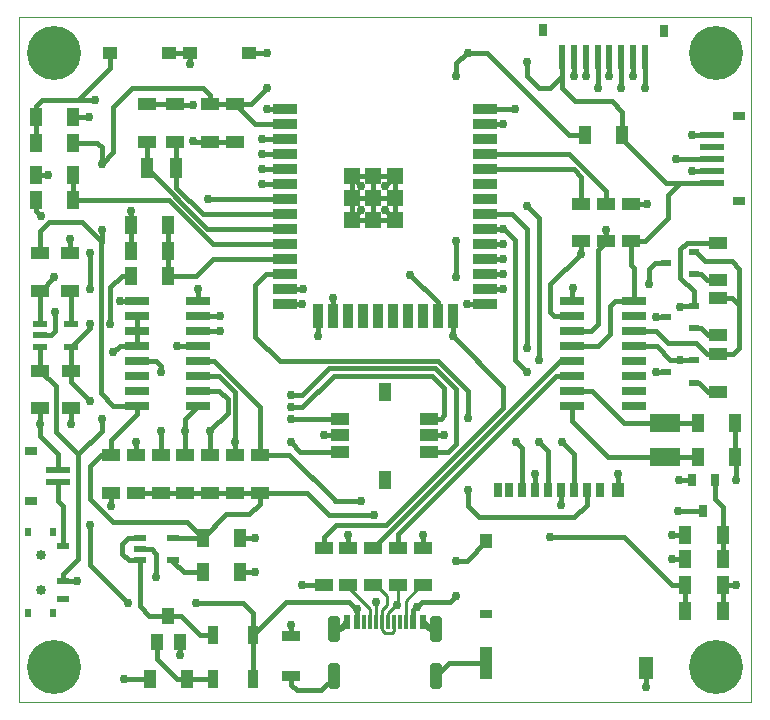
<source format=gbr>
G04 PROTEUS GERBER X2 FILE*
%TF.GenerationSoftware,Labcenter,Proteus,8.17-SP5-Build39395*%
%TF.CreationDate,2024-11-13T15:27:42+00:00*%
%TF.FileFunction,Copper,L1,Top*%
%TF.FilePolarity,Positive*%
%TF.Part,Single*%
%TF.SameCoordinates,{0a1d241a-e0a6-4a76-8978-5e44ef8297c2}*%
%FSLAX45Y45*%
%MOMM*%
G01*
%TA.AperFunction,Conductor*%
%ADD10C,0.508000*%
%ADD11C,0.381000*%
%ADD12C,0.254000*%
%TA.AperFunction,ViaPad*%
%ADD13C,0.762000*%
%TA.AperFunction,SMDPad,CuDef*%
%ADD14R,0.590000X1.150000*%
%ADD15R,0.300000X1.150000*%
%AMPPAD006*
4,1,36,
-0.195200,1.100000,
0.195200,1.100000,
0.256620,1.093810,
0.313830,1.076040,
0.365610,1.047940,
0.410720,1.010720,
0.447940,0.965600,
0.476040,0.913830,
0.493810,0.856620,
0.500000,0.795200,
0.500000,-0.795200,
0.493810,-0.856620,
0.476040,-0.913830,
0.447940,-0.965600,
0.410720,-1.010720,
0.365610,-1.047940,
0.313830,-1.076040,
0.256620,-1.093810,
0.195200,-1.100000,
-0.195200,-1.100000,
-0.256620,-1.093810,
-0.313830,-1.076040,
-0.365610,-1.047940,
-0.410720,-1.010720,
-0.447940,-0.965600,
-0.476040,-0.913830,
-0.493810,-0.856620,
-0.500000,-0.795200,
-0.500000,0.795200,
-0.493810,0.856620,
-0.476040,0.913830,
-0.447940,0.965600,
-0.410720,1.010720,
-0.365610,1.047940,
-0.313830,1.076040,
-0.256620,1.093810,
-0.195200,1.100000,
0*%
%TA.AperFunction,WasherPad*%
%ADD16PPAD006*%
%TA.AperFunction,SMDPad,CuDef*%
%ADD17R,0.889000X1.524000*%
%TA.AperFunction,SMDPad,CuDef*%
%ADD18R,1.092200X0.609600*%
%TA.AperFunction,OtherPad,Unknown*%
%ADD19C,0.762000*%
%TA.AperFunction,SMDPad,CuDef*%
%ADD70R,2.000000X0.900000*%
%ADD71R,0.900000X2.000000*%
%ADD20R,1.330000X1.330000*%
%TA.AperFunction,SMDPad,CuDef*%
%ADD21R,2.032000X0.635000*%
%TA.AperFunction,SMDPad,CuDef*%
%ADD22R,1.524000X1.016000*%
%TA.AperFunction,SMDPad,CuDef*%
%ADD23R,1.016000X1.524000*%
%TA.AperFunction,SMDPad,CuDef*%
%ADD24R,0.700000X1.200000*%
%ADD25R,1.000000X1.200000*%
%ADD26R,1.000000X2.800000*%
%ADD27R,1.300000X1.899920*%
%ADD28R,1.000000X0.800100*%
%TA.AperFunction,SMDPad,CuDef*%
%ADD29R,1.000000X0.500000*%
%TA.AperFunction,ComponentPad*%
%ADD72C,0.850000*%
%TA.AperFunction,SMDPad,CuDef*%
%ADD73R,0.500000X0.800000*%
%TA.AperFunction,SMDPad,CuDef*%
%ADD30R,2.000000X0.600000*%
%ADD31R,1.000000X0.750000*%
%TA.AperFunction,OtherPad,Unknown*%
%ADD32C,4.572000*%
%TA.AperFunction,SMDPad,CuDef*%
%ADD33R,1.000000X1.400000*%
%TA.AperFunction,SMDPad,CuDef*%
%ADD34R,1.270000X0.558800*%
%TA.AperFunction,SMDPad,CuDef*%
%ADD35R,1.250000X1.100000*%
%ADD36R,1.000000X1.800000*%
%TA.AperFunction,SMDPad,CuDef*%
%ADD37R,0.939800X0.609600*%
%ADD38R,0.700000X1.000000*%
%TA.AperFunction,SMDPad,CuDef*%
%ADD39R,2.540000X1.524000*%
%TA.AperFunction,SMDPad,CuDef*%
%ADD40R,0.600000X2.000000*%
%ADD41R,0.750000X1.000000*%
%TA.AperFunction,SMDPad,CuDef*%
%ADD42R,1.524000X0.889000*%
%TA.AperFunction,Profile*%
%ADD43C,0.101600*%
%TD.AperFunction*%
D10*
X-7220000Y+1680000D02*
X-7277010Y+1622990D01*
X-7332000Y+1622990D01*
X-6580000Y+1680000D02*
X-6522988Y+1622988D01*
X-6468000Y+1622988D01*
D11*
X-9629120Y+2325000D02*
X-9629120Y+2325000D01*
X-8152772Y+2391008D02*
X-8130882Y+2391008D01*
X-9561840Y+3807205D02*
X-9561840Y+4010140D01*
X-9560920Y+4011060D01*
X-9820920Y+3807205D02*
X-9820920Y+4010140D01*
X-9820000Y+4011060D01*
X-9000700Y+4272000D02*
X-9000700Y+4145000D01*
X-9000700Y+4018000D01*
X-8480000Y+4018000D02*
X-8658000Y+4018000D01*
X-8660000Y+4020000D01*
X-8445842Y+2101008D02*
X-8606197Y+2101008D01*
X-8695612Y+2190423D01*
X-8695612Y+2201008D01*
X-8445842Y+2391008D02*
X-8695612Y+2391008D01*
X-8975612Y+2296008D02*
X-8873964Y+2296008D01*
X-8836893Y+2258937D01*
X-8835612Y+2257656D01*
X-8835612Y+2061008D01*
X-8975612Y+2391008D02*
X-9072640Y+2391008D01*
X-9123284Y+2340364D01*
X-9123284Y+2254472D01*
X-9069820Y+2201008D01*
X-8975612Y+2201008D01*
X-8891868Y+1200000D02*
X-9110000Y+1200000D01*
X-8000000Y+2100000D02*
X-8129874Y+2100000D01*
X-8130882Y+2101008D01*
X-8000000Y+2390000D02*
X-8129874Y+2390000D01*
X-8130882Y+2391008D01*
X-9570000Y+4800000D02*
X-9570000Y+4921060D01*
X-9562760Y+3353050D02*
X-9562760Y+3492245D01*
X-9561840Y+3492245D01*
X-9821840Y+3353050D02*
X-9821840Y+3492245D01*
X-9820920Y+3492245D01*
X-7960000Y+3090620D02*
X-7960000Y+3502025D01*
X-8348975Y+3891000D01*
X-8480000Y+3891000D01*
X-9010000Y+2775660D02*
X-8800000Y+2775660D01*
X-8590000Y+2775660D01*
X-8380000Y+2775660D01*
X-8170000Y+2775660D01*
X-7960000Y+2775660D01*
X-8445842Y+2391008D02*
X-8246850Y+2590000D01*
X-8050000Y+2590000D01*
X-7960000Y+2680000D01*
X-7960000Y+2775660D01*
X-7900000Y+6020000D02*
X-7750000Y+6020000D01*
X-7750000Y+5385000D02*
X-7939801Y+5385000D01*
X-7939904Y+5385000D01*
X-7939907Y+5384997D01*
X-7750000Y+5512000D02*
X-7940232Y+5512000D01*
X-7940252Y+5511980D01*
X-8480000Y+4272000D02*
X-8300579Y+4272000D01*
X-8300234Y+4272345D01*
X-8480000Y+4145000D02*
X-8300180Y+4145000D01*
X-8300122Y+4144942D01*
X-9220000Y+3090620D02*
X-9220000Y+3222304D01*
X-9000700Y+3441604D01*
X-9000700Y+3510000D01*
X-8800000Y+3090620D02*
X-8800000Y+3300000D01*
X-8800000Y+3800000D02*
X-8800000Y+3849436D01*
X-8842793Y+3892229D01*
X-8944622Y+3892229D01*
X-8945851Y+3891000D01*
X-9000700Y+3891000D01*
X-8445842Y+2391008D02*
X-8578524Y+2523690D01*
X-9203690Y+2523690D01*
X-9400000Y+2720000D01*
X-9400000Y+3000000D01*
X-9309380Y+3090620D01*
X-9220000Y+3090620D01*
X-9220000Y+2660000D02*
X-9220000Y+2775660D01*
X-9690920Y+4301060D02*
X-9690920Y+4146718D01*
X-9691105Y+4146533D01*
X-9732598Y+4105040D01*
X-9820000Y+4105040D01*
X-9560920Y+4199020D02*
X-9560920Y+4475960D01*
X-9570000Y+4485040D01*
X-9820000Y+4199020D02*
X-9820000Y+4485040D01*
X-7750000Y+5258000D02*
X-8398049Y+5258000D01*
X-8398114Y+5257935D01*
X-9700000Y+4600000D02*
X-9814960Y+4485040D01*
X-9820000Y+4485040D01*
X-9300000Y+4900000D02*
X-9463065Y+5063065D01*
X-9748490Y+5063065D01*
X-9820000Y+4991555D01*
X-9820000Y+4800000D01*
X-9629120Y+2025000D02*
X-9629120Y+2085391D01*
X-9500000Y+2214511D01*
X-9500000Y+3100000D01*
X-9690000Y+3290000D01*
X-9690000Y+3676285D01*
X-9820920Y+3807205D01*
X-8480000Y+4399000D02*
X-8480000Y+4500000D01*
X-4077484Y+4575120D02*
X-4172043Y+4575120D01*
X-4172490Y+4575567D01*
X-4221923Y+4625000D01*
X-4287484Y+4625000D01*
X-4077484Y+4105080D02*
X-4168992Y+4105080D01*
X-4169162Y+4105250D01*
X-4228912Y+4165000D01*
X-4287484Y+4165000D01*
X-4077484Y+3630080D02*
X-4164368Y+3630080D01*
X-4164613Y+3630325D01*
X-4239288Y+3705000D01*
X-4287484Y+3705000D01*
X-4077484Y+4420040D02*
X-3960040Y+4420040D01*
X-3900000Y+4360000D01*
X-4077484Y+3945040D02*
X-3954960Y+3945040D01*
X-3900000Y+4000000D01*
X-3900000Y+4360000D01*
X-7939864Y+5765983D02*
X-7750017Y+5765983D01*
X-7750000Y+5766000D01*
X-7000000Y+2306130D02*
X-5418884Y+3887246D01*
X-5418709Y+3887246D01*
X-5315596Y+3887246D01*
X-5315350Y+3887000D01*
X-6050000Y+4623000D02*
X-5900374Y+4623000D01*
X-5899936Y+4623438D01*
X-7470000Y+4100000D02*
X-7470000Y+4267500D01*
X-7471500Y+4269000D01*
X-9300000Y+4900000D02*
X-9300000Y+5000000D01*
X-9300000Y+5560000D02*
X-9300000Y+5700000D01*
X-9338940Y+5738940D01*
X-9542520Y+5738940D01*
X-8730000Y+6500000D02*
X-8550000Y+6500000D01*
X-8550000Y+6400000D01*
X-4800000Y+6464120D02*
X-4800000Y+6300000D01*
X-5900000Y+5004000D02*
X-6050000Y+5004000D01*
X-6050000Y+5893000D02*
X-5900081Y+5893000D01*
X-5900000Y+5893081D01*
X-9500000Y+6100000D02*
X-9230000Y+6370000D01*
X-9230000Y+6500000D01*
X-5300000Y+6300000D02*
X-5300000Y+6464120D01*
X-6050000Y+6020000D02*
X-5800000Y+6020000D01*
X-6206739Y+4370000D02*
X-6049000Y+4370000D01*
X-6050000Y+4369000D01*
X-9671600Y+2863940D02*
X-9671600Y+2703271D01*
X-9630000Y+2661671D01*
X-9630000Y+2500000D01*
X-9630000Y+2325880D01*
X-9629120Y+2325000D01*
X-9671600Y+2963940D02*
X-9671600Y+3100100D01*
X-9821752Y+3250252D01*
X-9821752Y+3250324D01*
X-9821752Y+3352962D01*
X-9821840Y+3353050D01*
X-8358875Y+1200000D02*
X-8576908Y+1200000D01*
X-7700000Y+1220000D02*
X-7700000Y+1150000D01*
X-7650000Y+1100000D01*
X-7440000Y+1100000D01*
X-7332000Y+1208000D01*
X-7332000Y+1223000D01*
X-8018875Y+1570000D02*
X-8018875Y+1200000D01*
X-6327783Y+4099684D02*
X-6328729Y+4100630D01*
X-6328729Y+4268771D01*
X-6328500Y+4269000D01*
X-4130000Y+5800000D02*
X-4300000Y+5800000D01*
X-7000000Y+5454000D02*
X-7183000Y+5454000D01*
X-6817000Y+5454000D02*
X-7000000Y+5454000D01*
X-7183000Y+5270000D02*
X-7183000Y+5454000D01*
X-7000000Y+5270000D02*
X-7000000Y+5454000D01*
X-7000000Y+5270000D02*
X-7183000Y+5270000D01*
X-6817000Y+5087000D02*
X-6817000Y+5270000D01*
X-6817000Y+5454000D01*
X-7183000Y+5270000D02*
X-7183000Y+5087000D01*
X-7000000Y+5087000D02*
X-7183000Y+5087000D01*
X-6817000Y+5087000D02*
X-7000000Y+5087000D01*
X-6817000Y+5087000D02*
X-6900000Y+5170000D01*
X-6817000Y+5454000D02*
X-6900000Y+5371000D01*
X-6900000Y+5370000D01*
X-8734388Y+1733834D02*
X-8898240Y+1733834D01*
X-8975612Y+1811206D01*
X-8975612Y+2201008D01*
X-7280000Y+3260000D02*
X-7420000Y+3260000D01*
X-7000000Y+5270000D02*
X-6817000Y+5270000D01*
X-7000000Y+5087000D02*
X-7000000Y+5270000D01*
X-7750000Y+4369000D02*
X-7600639Y+4369000D01*
X-7600273Y+4368634D01*
X-7183000Y+5087000D02*
X-7100000Y+5170000D01*
X-7183000Y+5454000D02*
X-7100000Y+5371000D01*
X-7100000Y+5370000D01*
X-8358875Y+1570000D02*
X-8465468Y+1570000D01*
X-8629302Y+1733834D01*
X-8734388Y+1733834D01*
X-8576908Y+1200000D02*
X-8660000Y+1200000D01*
X-8829384Y+1369384D01*
X-8829384Y+1513834D01*
X-5000000Y+6464120D02*
X-5000000Y+6300000D01*
X-5900268Y+4876823D02*
X-5900445Y+4877000D01*
X-6050000Y+4877000D01*
X-7420000Y+2304960D02*
X-7420000Y+2400000D01*
X-7319419Y+2500581D01*
X-6889419Y+2500581D01*
X-5900000Y+3490000D01*
X-5900000Y+3671901D01*
X-6327783Y+4099684D01*
X-6790000Y+2306130D02*
X-6790000Y+2422538D01*
X-5452538Y+3760000D01*
X-5315350Y+3760000D01*
X-7210000Y+2306130D02*
X-7210000Y+2420000D01*
X-6580000Y+2420000D02*
X-6580000Y+2306130D01*
X-9857480Y+5738940D02*
X-9857480Y+5953940D01*
X-9857480Y+6050636D01*
X-9808116Y+6100000D01*
X-9500000Y+6100000D01*
X-9542520Y+5250000D02*
X-9542520Y+5460000D01*
X-9750000Y+5460000D02*
X-9857480Y+5460000D01*
X-9410000Y+5953940D02*
X-9542520Y+5953940D01*
X-8915000Y+5747520D02*
X-8915000Y+5525000D01*
X-8920000Y+5520000D01*
X-8915000Y+6062480D02*
X-8675000Y+6062480D01*
X-8675000Y+5747520D02*
X-8670000Y+5742520D01*
X-8670000Y+5520000D01*
X-9542520Y+5250000D02*
X-8732025Y+5250000D01*
X-8359025Y+4877000D01*
X-7750000Y+4877000D01*
X-8920000Y+5520000D02*
X-8404000Y+5004000D01*
X-7750000Y+5004000D01*
X-8670000Y+5520000D02*
X-8670000Y+5354849D01*
X-8445151Y+5130000D01*
X-7751000Y+5130000D01*
X-7750000Y+5131000D01*
X-8385000Y+5747520D02*
X-8170000Y+5747520D01*
X-9300000Y+5560000D02*
X-9199621Y+5660379D01*
X-9199621Y+6043137D01*
X-9042758Y+6200000D01*
X-8440000Y+6200000D01*
X-8385000Y+6145000D01*
X-8385000Y+6062480D01*
X-8170000Y+6062480D01*
X-8530000Y+6060000D02*
X-8672520Y+6060000D01*
X-8675000Y+6062480D01*
X-8385000Y+5747520D02*
X-8527520Y+5747520D01*
X-8530000Y+5750000D01*
X-4299992Y+2880000D02*
X-4410000Y+2880000D01*
X-4690000Y+1130000D02*
X-4690000Y+1285512D01*
X-4692488Y+1288000D01*
X-5632000Y+2798000D02*
X-5632000Y+2928000D01*
X-5630000Y+2930000D01*
X-6042498Y+1332488D02*
X-6358512Y+1332488D01*
X-6468000Y+1223000D01*
X-4042520Y+2210000D02*
X-4042520Y+2420000D01*
X-4357480Y+2420000D02*
X-4470000Y+2420000D01*
X-3935040Y+3360000D02*
X-3935040Y+3080000D01*
X-4530000Y+3360000D02*
X-4250000Y+3360000D01*
X-4530000Y+3080000D02*
X-4250000Y+3080000D01*
X-4530000Y+3080000D02*
X-5011272Y+3080000D01*
X-5315802Y+3384530D01*
X-5315802Y+3505548D01*
X-5315350Y+3506000D01*
X-4530000Y+3360000D02*
X-4875893Y+3360000D01*
X-5148964Y+3633071D01*
X-5315279Y+3633071D01*
X-5315350Y+3633000D01*
X-4357480Y+1990000D02*
X-4357480Y+1770000D01*
X-4042520Y+1990000D02*
X-4042520Y+1770000D01*
X-3930000Y+1990000D02*
X-4042520Y+1990000D01*
X-4930000Y+2930000D02*
X-4930000Y+2801000D01*
X-4927000Y+2798000D01*
X-9050000Y+5040000D02*
X-9050000Y+5160000D01*
X-9050000Y+4820000D02*
X-9050000Y+5040000D01*
X-8735040Y+4610000D02*
X-8735040Y+4820000D01*
X-8735040Y+5040000D02*
X-8735040Y+4820000D01*
X-8735040Y+4610000D02*
X-8500000Y+4610000D01*
X-8360000Y+4750000D01*
X-7750000Y+4750000D01*
X-4042520Y+2420000D02*
X-4042520Y+2652520D01*
X-4110000Y+2720000D01*
X-4110000Y+2880000D01*
X-3930000Y+2880000D02*
X-3930000Y+3074960D01*
X-3935040Y+3080000D01*
X-5200000Y+6464120D02*
X-5200000Y+6300000D01*
X-9000700Y+3510000D02*
X-9200000Y+3510000D01*
X-9305497Y+3615497D01*
X-9305497Y+4894503D01*
X-9300000Y+4900000D01*
X-8639392Y+1513834D02*
X-8639392Y+1400608D01*
X-8640000Y+1400000D01*
X-9509072Y+2024082D02*
X-9509990Y+2025000D01*
X-9629120Y+2025000D01*
X-5400000Y+6200000D02*
X-5290000Y+6090000D01*
X-4979999Y+6090000D01*
X-4890000Y+6000001D01*
X-4890000Y+5800000D01*
D12*
X-6824879Y+1680121D02*
X-6825000Y+1680000D01*
X-6925000Y+1680000D02*
X-6925000Y+1611306D01*
X-6900327Y+1586633D01*
X-6842170Y+1586633D01*
X-6825000Y+1603803D01*
X-6825000Y+1680000D01*
D11*
X-7750000Y+4496000D02*
X-7599235Y+4496000D01*
X-7599158Y+4496077D01*
X-5413000Y+2798000D02*
X-5412946Y+2797946D01*
X-5412946Y+2669540D01*
X-5500000Y+2400000D02*
X-4880000Y+2400000D01*
X-4470000Y+1990000D01*
X-4357480Y+1990000D01*
X-7960000Y+3090620D02*
X-7709834Y+3090620D01*
X-7319607Y+2700393D01*
X-7320000Y+2700000D01*
X-7100000Y+2700000D01*
X-6400000Y+3260000D02*
X-6530000Y+3260000D01*
X-7960000Y+2775660D02*
X-7561532Y+2775660D01*
X-7375071Y+2589199D01*
X-6990286Y+2589199D01*
X-9500000Y+3100000D02*
X-9300000Y+3300000D01*
X-9300000Y+3400000D01*
X-9225712Y+4200452D02*
X-9225712Y+4514288D01*
X-9130000Y+4610000D01*
X-9050000Y+4610000D01*
X-9000700Y+4399000D02*
X-9000700Y+4398787D01*
X-9146008Y+4398787D01*
X-9147318Y+4400097D01*
X-7940155Y+5639069D02*
X-7940086Y+5639000D01*
X-7750000Y+5639000D01*
X-9560920Y+4011060D02*
X-9400000Y+4171980D01*
X-9400000Y+4200000D01*
X-9400000Y+4500000D02*
X-9400000Y+4800000D01*
X-9812491Y+5113161D02*
X-9857480Y+5158150D01*
X-9857480Y+5250000D01*
X-9500000Y+6100000D02*
X-9360000Y+6100000D01*
X-5100000Y+6464120D02*
X-5100000Y+6200000D01*
X-4900000Y+6464120D02*
X-4900000Y+6200000D01*
X-5900000Y+4750000D02*
X-6050000Y+4750000D01*
X-6050000Y+4496000D02*
X-5900515Y+4496000D01*
X-5900489Y+4495974D01*
X-4700000Y+6200000D02*
X-4700000Y+6464120D01*
X-4517484Y+3800000D02*
X-4610000Y+3800000D01*
X-4287484Y+4355000D02*
X-4287484Y+4479739D01*
X-4402167Y+4594422D01*
X-4402167Y+4835806D01*
X-4347893Y+4890080D01*
X-4077484Y+4890080D01*
X-4287484Y+3895000D02*
X-4398372Y+3895000D01*
X-4402318Y+3898946D01*
X-5302000Y+2798000D02*
X-5302000Y+3102000D01*
X-5400000Y+3200000D01*
X-5600000Y+3900000D02*
X-5600000Y+5100000D01*
X-5700000Y+5200000D01*
X-5742000Y+2798000D02*
X-5742000Y+3152000D01*
X-5790000Y+3200000D01*
X-5700000Y+4000000D02*
X-5700000Y+5002991D01*
X-5828009Y+5131000D01*
X-6050000Y+5131000D01*
X-5523000Y+2798000D02*
X-5523000Y+3123000D01*
X-5600000Y+3200000D01*
X-5700000Y+3800000D02*
X-5800000Y+3900000D01*
X-5800000Y+4910000D01*
X-5894000Y+5004000D01*
X-5900000Y+5004000D01*
X-6300000Y+2200000D02*
X-6210498Y+2200000D01*
X-6042498Y+2368000D01*
X-4402318Y+3898946D02*
X-4484513Y+3898946D01*
X-4599734Y+4014167D01*
X-4794483Y+4014167D01*
X-4794650Y+4014000D01*
X-3900000Y+4360000D02*
X-3900000Y+4670612D01*
X-3965351Y+4735963D01*
X-4187503Y+4735963D01*
X-4266540Y+4815000D01*
X-4287484Y+4815000D01*
X-7700000Y+3600000D02*
X-7600000Y+3600000D01*
X-7373998Y+3826002D01*
X-6476001Y+3826002D01*
X-6302004Y+3652005D01*
X-6302004Y+3187995D01*
X-6369999Y+3120000D01*
X-6530000Y+3120000D01*
X-4402447Y+4349596D02*
X-4397043Y+4355000D01*
X-4287484Y+4355000D01*
X-4077484Y+3945040D02*
X-4173237Y+3945040D01*
X-4268479Y+4040282D01*
X-4503842Y+4040282D01*
X-4604560Y+4141000D01*
X-4794650Y+4141000D01*
X-4794650Y+4395000D02*
X-4955000Y+4395000D01*
X-4998099Y+4351901D01*
X-4998099Y+4116301D01*
X-5100400Y+4014000D01*
X-5315350Y+4014000D01*
X-5030000Y+5222480D02*
X-5030000Y+5324423D01*
X-5344577Y+5639000D01*
X-6050000Y+5639000D01*
X-5240000Y+5222480D02*
X-5240000Y+5450001D01*
X-5301999Y+5512000D01*
X-6050000Y+5512000D01*
X-4794650Y+4395000D02*
X-4794650Y+4674650D01*
X-4820000Y+4700000D01*
X-4820000Y+4907520D01*
X-4517484Y+4720000D02*
X-4612309Y+4720000D01*
X-4664053Y+4668256D01*
X-4664053Y+4543324D01*
X-4517484Y+4260000D02*
X-4599558Y+4260000D01*
X-4600920Y+4261362D01*
X-4610000Y+4261362D01*
X-5315350Y+4268000D02*
X-5468000Y+4268000D01*
X-5500000Y+4300000D01*
X-5500000Y+4540000D01*
X-5241263Y+4798737D01*
X-5241263Y+4906257D01*
X-5240000Y+4907520D01*
X-5315350Y+4141000D02*
X-5159000Y+4141000D01*
X-5100000Y+4200000D01*
X-5100000Y+4830000D01*
X-5030000Y+4900000D01*
X-5030000Y+4907520D01*
X-4440000Y+5600000D02*
X-4130000Y+5600000D01*
X-4400000Y+5400000D02*
X-4130000Y+5400000D01*
X-4204996Y+2620000D02*
X-4420000Y+2620000D01*
X-5313169Y+4509120D02*
X-5315350Y+4506939D01*
X-5315350Y+4395000D01*
X-4820000Y+5222480D02*
X-4682480Y+5222480D01*
X-4680000Y+5220000D01*
X-4820000Y+4907520D02*
X-4699845Y+4907520D01*
X-4507793Y+5099572D01*
X-4507793Y+5292207D01*
X-4400000Y+5400000D01*
X-4520001Y+5400000D01*
X-4889982Y+5769981D01*
X-4890000Y+5800000D01*
X-5193000Y+2798000D02*
X-5193000Y+2673335D01*
X-5296335Y+2570000D01*
X-6105502Y+2570000D01*
X-6200000Y+2664498D01*
X-6200000Y+2800000D01*
X-6200000Y+3402711D02*
X-6200000Y+3632488D01*
X-6454414Y+3886902D01*
X-7791495Y+3886902D01*
X-8000000Y+4095407D01*
X-8000000Y+4530000D01*
X-7907000Y+4623000D01*
X-7750000Y+4623000D01*
X-8018875Y+1570000D02*
X-8018875Y+1756689D01*
X-8102186Y+1840000D01*
X-8500000Y+1840000D01*
X-9080002Y+1840000D02*
X-9400000Y+2159998D01*
X-9400000Y+2500000D01*
X-9400000Y+3552861D02*
X-9561425Y+3714286D01*
X-9561425Y+3806790D01*
X-9561840Y+3807205D01*
X-7700000Y+3500000D02*
X-7600000Y+3500000D01*
X-7334916Y+3765084D01*
X-6502337Y+3765084D01*
X-6401315Y+3664062D01*
X-6401315Y+3428349D01*
X-6429664Y+3400000D01*
X-6530000Y+3400000D01*
X-8590000Y+3090620D02*
X-8590000Y+3300000D01*
X-8590000Y+3400000D01*
X-8480000Y+3510000D01*
X-7700000Y+3400000D02*
X-7280000Y+3400000D01*
X-8380000Y+3090620D02*
X-8380000Y+3300000D01*
X-8380000Y+3301890D01*
X-8233265Y+3448625D01*
X-8233265Y+3566883D01*
X-8303382Y+3637000D01*
X-8480000Y+3637000D01*
X-7700000Y+3200000D02*
X-7620000Y+3120000D01*
X-7280000Y+3120000D01*
X-9200000Y+3963845D02*
X-9145845Y+4018000D01*
X-9000700Y+4018000D01*
X-9010000Y+3090620D02*
X-9010000Y+3200000D01*
X-8170000Y+3090620D02*
X-8170000Y+3200000D01*
X-8170000Y+3630000D01*
X-8304000Y+3764000D01*
X-8480000Y+3764000D01*
X-7420000Y+1990000D02*
X-7600000Y+1990000D01*
X-7700000Y+1650000D02*
X-7700000Y+1560000D01*
X-4130000Y+5500000D02*
X-4300000Y+5500000D01*
X-5030000Y+5000000D02*
X-5029134Y+5000866D01*
X-5029134Y+5005438D01*
X-5030000Y+5006304D01*
X-5030000Y+4907520D01*
X-7344500Y+4269000D02*
X-7344500Y+4419964D01*
X-7344572Y+4420036D01*
X-6455500Y+4269000D02*
X-6455500Y+4385500D01*
X-6690000Y+4620000D01*
D12*
X-6973453Y+1851247D02*
X-6975000Y+1849700D01*
X-6975000Y+1680000D01*
X-6875000Y+1680000D02*
X-6875000Y+1757281D01*
X-6805401Y+1826880D01*
X-6803120Y+1826880D01*
X-6790000Y+1840000D01*
X-6790000Y+1991170D01*
X-6925000Y+1680000D02*
X-6925000Y+1784999D01*
X-6887042Y+1822957D01*
X-6887042Y+1898138D01*
X-6980074Y+1991170D01*
X-7000000Y+1991170D01*
X-6724994Y+1680000D02*
X-6724994Y+1857995D01*
X-6591819Y+1991170D01*
X-6580000Y+1991170D01*
D11*
X-6660000Y+1680000D02*
X-6660000Y+1780000D01*
X-6630000Y+1810000D01*
X-6590000Y+1850000D01*
X-6350000Y+1850000D01*
X-6300000Y+1900000D01*
X-4470000Y+2210000D02*
X-4357480Y+2210000D01*
D12*
X-7025000Y+1680000D02*
X-7025000Y+1787270D01*
X-7210000Y+1972270D01*
X-7210000Y+1991170D01*
D11*
X-7140000Y+1790000D02*
X-7150000Y+1790000D01*
X-7205400Y+1845400D01*
X-7742343Y+1845400D01*
X-8017743Y+1570000D01*
X-8018875Y+1570000D01*
X-7140000Y+1680000D02*
X-7140000Y+1790000D01*
X-8170000Y+6062480D02*
X-8000520Y+5893000D01*
X-7750000Y+5893000D01*
X-8050000Y+6500000D02*
X-7900000Y+6500000D01*
X-6300000Y+4600000D02*
X-6300000Y+4902540D01*
X-6300000Y+6300000D02*
X-6300000Y+6408538D01*
X-6208538Y+6500000D01*
X-6200000Y+6500000D01*
X-6040000Y+6500000D02*
X-5340000Y+5800000D01*
X-5204960Y+5800000D01*
X-6040000Y+6500000D02*
X-6198538Y+6500000D01*
X-6200000Y+6500000D01*
X-8170000Y+6062480D02*
X-8037520Y+6062480D01*
X-7900000Y+6200000D01*
X-5700000Y+6420000D02*
X-5700000Y+6300000D01*
X-5600000Y+6200000D01*
X-5500000Y+6200000D01*
X-5400000Y+6300000D01*
X-5400000Y+6200000D01*
X-5400000Y+6300000D02*
X-5400000Y+6464120D01*
D13*
X-7939907Y+5384997D03*
X-7940252Y+5511980D03*
X-8300234Y+4272345D03*
X-8300122Y+4144942D03*
X-8800000Y+3300000D03*
X-8800000Y+3800000D03*
X-8398114Y+5257935D03*
X-9700000Y+4600000D03*
X-5899936Y+4623438D03*
X-9300000Y+5000000D03*
X-4800000Y+6300000D03*
X-5900000Y+5893081D03*
X-6900000Y+5170000D03*
X-6900000Y+5370000D03*
X-7600273Y+4368634D03*
X-7100000Y+5170000D03*
X-7100000Y+5370000D03*
X-5000000Y+6300000D03*
X-5900268Y+4876823D03*
X-9300000Y+5560000D03*
X-5200000Y+6300000D03*
X-8640000Y+1400000D03*
X-9509072Y+2024082D03*
X-7599158Y+4496077D03*
X-5412946Y+2669540D03*
X-7100000Y+2700000D03*
X-6400000Y+3260000D03*
X-6990286Y+2589199D03*
X-5500000Y+2400000D03*
X-9300000Y+3400000D03*
X-9225712Y+4200452D03*
X-9147318Y+4400097D03*
X-7940155Y+5639069D03*
X-9400000Y+4200000D03*
X-9400000Y+4500000D03*
X-9400000Y+4800000D03*
X-9812491Y+5113161D03*
X-9360000Y+6100000D03*
X-5100000Y+6200000D03*
X-4900000Y+6200000D03*
X-5900000Y+4750000D03*
X-5900489Y+4495974D03*
X-4700000Y+6200000D03*
X-4610000Y+3800000D03*
X-6327783Y+4099684D03*
X-5400000Y+3200000D03*
X-5600000Y+3900000D03*
X-5700000Y+5200000D03*
X-5790000Y+3200000D03*
X-5700000Y+4000000D03*
X-5600000Y+3200000D03*
X-5700000Y+3800000D03*
X-5900000Y+5004000D03*
X-7700000Y+3600000D03*
X-4402318Y+3898946D03*
X-4402447Y+4349596D03*
X-4664053Y+4543324D03*
X-7939864Y+5765983D03*
X-4610000Y+4261362D03*
X-5241263Y+4798737D03*
X-4440000Y+5600000D03*
X-4420000Y+2620000D03*
X-5313169Y+4509120D03*
X-6200000Y+2800000D03*
X-6200000Y+3402711D03*
X-8500000Y+1840000D03*
X-9080002Y+1840000D03*
X-9400000Y+2500000D03*
X-9400000Y+3552861D03*
X-7700000Y+3500000D03*
X-8590000Y+3300000D03*
X-7700000Y+3400000D03*
X-8380000Y+3300000D03*
X-7700000Y+3200000D03*
X-9010000Y+3200000D03*
X-9200000Y+3963845D03*
X-8170000Y+3200000D03*
X-7600000Y+1990000D03*
X-7700000Y+1650000D03*
X-4300000Y+5500000D03*
X-5030000Y+5000000D03*
X-7344572Y+4420036D03*
X-6690000Y+4620000D03*
X-6973453Y+1851247D03*
X-6803120Y+1826880D03*
X-6300000Y+1900000D03*
X-4470000Y+2210000D03*
X-6630000Y+1810000D03*
X-7140000Y+1790000D03*
X-7900000Y+6500000D03*
X-6206739Y+4370000D03*
X-6300000Y+4600000D03*
X-6300000Y+4902540D03*
X-6300000Y+6300000D03*
X-6200000Y+6500000D03*
X-7900000Y+6200000D03*
X-5700000Y+6420000D03*
D14*
X-7220000Y+1680000D03*
X-7140000Y+1680000D03*
D15*
X-7025000Y+1680000D03*
X-6925000Y+1680000D03*
X-6875000Y+1680000D03*
X-6775000Y+1680000D03*
D14*
X-6580000Y+1680000D03*
X-6660000Y+1680000D03*
D15*
X-6724994Y+1680000D03*
X-6825000Y+1680000D03*
X-6975000Y+1680000D03*
X-7075006Y+1680000D03*
D16*
X-7332000Y+1223000D03*
X-7332000Y+1622990D03*
X-6468000Y+1622988D03*
X-6468000Y+1223000D03*
D17*
X-8018875Y+1570000D03*
X-8358875Y+1570000D03*
D18*
X-8975612Y+2391008D03*
X-8975612Y+2296008D03*
X-8975612Y+2201008D03*
X-8695612Y+2201008D03*
X-8695612Y+2391008D03*
D19*
X-8000000Y+2100000D03*
X-8835612Y+2061008D03*
D70*
X-7750000Y+6020000D03*
X-7750000Y+5893000D03*
X-7750000Y+5766000D03*
X-7750000Y+5639000D03*
X-7750000Y+5512000D03*
X-7750000Y+5385000D03*
X-7750000Y+5258000D03*
X-7750000Y+5131000D03*
X-7750000Y+5004000D03*
X-7750000Y+4877000D03*
X-7750000Y+4750000D03*
X-7750000Y+4623000D03*
X-7750000Y+4496000D03*
X-7750000Y+4369000D03*
D71*
X-7471500Y+4269000D03*
X-7344500Y+4269000D03*
X-7217500Y+4269000D03*
X-7090500Y+4269000D03*
X-6963500Y+4269000D03*
X-6836500Y+4269000D03*
X-6709500Y+4269000D03*
X-6582500Y+4269000D03*
X-6455500Y+4269000D03*
X-6328500Y+4269000D03*
D70*
X-6050000Y+4369000D03*
X-6050000Y+4496000D03*
X-6050000Y+4623000D03*
X-6050000Y+4750000D03*
X-6050000Y+4877000D03*
X-6050000Y+5004000D03*
X-6050000Y+5131000D03*
X-6050000Y+5258000D03*
X-6050000Y+5385000D03*
X-6050000Y+5512000D03*
X-6050000Y+5639000D03*
X-6050000Y+5766000D03*
X-6050000Y+5893000D03*
X-6050000Y+6020000D03*
D20*
X-7183000Y+5454000D03*
X-7000000Y+5454000D03*
X-6817000Y+5454000D03*
X-7183000Y+5270000D03*
X-7000000Y+5270000D03*
X-6817000Y+5270000D03*
X-7183000Y+5087000D03*
X-7000000Y+5087000D03*
X-6817000Y+5087000D03*
D19*
X-7900000Y+6020000D03*
D21*
X-5315350Y+4395000D03*
X-5315350Y+4268000D03*
X-5315350Y+4141000D03*
X-5315350Y+4014000D03*
X-5315350Y+3887000D03*
X-5315350Y+3760000D03*
X-5315350Y+3633000D03*
X-5315350Y+3506000D03*
X-4794650Y+3506000D03*
X-4794650Y+3633000D03*
X-4794650Y+3760000D03*
X-4794650Y+3887000D03*
X-4794650Y+4014000D03*
X-4794650Y+4141000D03*
X-4794650Y+4268000D03*
X-4794650Y+4395000D03*
D22*
X-6790000Y+1991170D03*
X-6790000Y+2306130D03*
X-7000000Y+1991170D03*
X-7000000Y+2306130D03*
X-5030000Y+4907520D03*
X-5030000Y+5222480D03*
X-5240000Y+4907520D03*
X-5240000Y+5222480D03*
X-7280000Y+3400000D03*
X-7280000Y+3260000D03*
X-7280000Y+3120000D03*
X-6530000Y+3400000D03*
X-6530000Y+3260000D03*
X-6530000Y+3120000D03*
D23*
X-6900000Y+3630000D03*
X-6900000Y+2880000D03*
D24*
X-5083000Y+2798000D03*
X-5193000Y+2798000D03*
X-5302000Y+2798000D03*
X-5413000Y+2798000D03*
X-5523000Y+2798000D03*
X-5632000Y+2798000D03*
X-5742000Y+2798000D03*
X-5852506Y+2798000D03*
D25*
X-6042498Y+2368000D03*
D26*
X-6042498Y+1332488D03*
D27*
X-4692488Y+1288000D03*
D25*
X-4927000Y+2798000D03*
D28*
X-6042498Y+1747000D03*
D24*
X-5947502Y+2798000D03*
D22*
X-6580000Y+1991170D03*
X-6580000Y+2306130D03*
X-7210000Y+1991170D03*
X-7210000Y+2306130D03*
D19*
X-6580000Y+2420000D03*
X-7210000Y+2420000D03*
D29*
X-9629120Y+2325000D03*
X-9629120Y+2025000D03*
X-9629120Y+1875000D03*
D72*
X-9814120Y+2250000D03*
X-9814120Y+1950000D03*
D73*
X-9709120Y+1755000D03*
X-9919120Y+1755000D03*
X-9919120Y+2445000D03*
X-9709120Y+2445000D03*
D30*
X-9671600Y+2863940D03*
D31*
X-9901600Y+2703940D03*
X-9901600Y+3123940D03*
D30*
X-9671600Y+2963940D03*
D32*
X-9700000Y+1300000D03*
X-9700000Y+6500000D03*
X-4100000Y+6500000D03*
X-4100000Y+1300000D03*
D33*
X-8829384Y+1513834D03*
X-8639392Y+1513834D03*
X-8734388Y+1733834D03*
D17*
X-8018875Y+1200000D03*
X-8358875Y+1200000D03*
D23*
X-8576908Y+1200000D03*
X-8891868Y+1200000D03*
D19*
X-9110000Y+1200000D03*
D23*
X-8445842Y+2101008D03*
X-8130882Y+2101008D03*
X-8445842Y+2391008D03*
X-8130882Y+2391008D03*
D19*
X-8000000Y+2390000D03*
D34*
X-9820000Y+4199020D03*
X-9820000Y+4105040D03*
X-9820000Y+4011060D03*
X-9560920Y+4011060D03*
X-9560920Y+4199020D03*
D19*
X-9690920Y+4301060D03*
D22*
X-9561840Y+3807205D03*
X-9561840Y+3492245D03*
D19*
X-9562760Y+3353050D03*
D22*
X-9570000Y+4485040D03*
X-9570000Y+4800000D03*
D19*
X-9570000Y+4921060D03*
D22*
X-9820000Y+4485040D03*
X-9820000Y+4800000D03*
X-9820920Y+3807205D03*
X-9820920Y+3492245D03*
D19*
X-9821840Y+3353050D03*
X-7470000Y+4100000D03*
D21*
X-8480000Y+3510000D03*
X-8480000Y+3637000D03*
X-8480000Y+3764000D03*
X-8480000Y+3891000D03*
X-8480000Y+4018000D03*
X-8480000Y+4145000D03*
X-8480000Y+4272000D03*
X-8480000Y+4399000D03*
X-9000700Y+4399000D03*
X-9000700Y+4272000D03*
X-9000700Y+4145000D03*
X-9000700Y+4018000D03*
X-9000700Y+3891000D03*
X-9000700Y+3764000D03*
X-9000700Y+3637000D03*
X-9000700Y+3510000D03*
D22*
X-8590000Y+2775660D03*
X-8590000Y+3090620D03*
X-8380000Y+2775660D03*
X-8380000Y+3090620D03*
X-8170000Y+2775660D03*
X-8170000Y+3090620D03*
X-7960000Y+2775660D03*
X-7960000Y+3090620D03*
X-9010000Y+2775660D03*
X-9010000Y+3090620D03*
X-8800000Y+2775660D03*
X-8800000Y+3090620D03*
D19*
X-8480000Y+4500000D03*
X-8660000Y+4020000D03*
D22*
X-9220000Y+3090620D03*
X-9220000Y+2775660D03*
D19*
X-9220000Y+2660000D03*
D23*
X-8735040Y+4820000D03*
X-9050000Y+4820000D03*
X-8735040Y+4610000D03*
X-9050000Y+4610000D03*
X-8735040Y+5040000D03*
X-9050000Y+5040000D03*
D22*
X-8170000Y+6062480D03*
X-8170000Y+5747520D03*
X-8385000Y+6062480D03*
X-8385000Y+5747520D03*
D23*
X-9857480Y+5250000D03*
X-9542520Y+5250000D03*
X-9542520Y+5460000D03*
X-9857480Y+5460000D03*
D35*
X-8730000Y+6500000D03*
X-9230000Y+6500000D03*
D23*
X-9857480Y+5953940D03*
X-9542520Y+5953940D03*
X-9542520Y+5738940D03*
X-9857480Y+5738940D03*
D35*
X-8550000Y+6500000D03*
X-8050000Y+6500000D03*
D23*
X-4357480Y+1770000D03*
X-4042520Y+1770000D03*
X-4357480Y+1990000D03*
X-4042520Y+1990000D03*
D19*
X-8530000Y+5750000D03*
D36*
X-8920000Y+5520000D03*
X-8670000Y+5520000D03*
D22*
X-8675000Y+5747520D03*
X-8675000Y+6062480D03*
X-8915000Y+5747520D03*
X-8915000Y+6062480D03*
D19*
X-8530000Y+6060000D03*
X-9410000Y+5953940D03*
X-9750000Y+5460000D03*
X-9050000Y+5160000D03*
D37*
X-4287484Y+3705000D03*
X-4287484Y+3895000D03*
X-4517484Y+3800000D03*
X-4287484Y+4165000D03*
X-4287484Y+4355000D03*
X-4517484Y+4260000D03*
X-4287484Y+4625000D03*
X-4287484Y+4815000D03*
X-4517484Y+4720000D03*
D22*
X-4077484Y+3945040D03*
X-4077484Y+3630080D03*
X-4077484Y+4420040D03*
X-4077484Y+4105080D03*
X-4077484Y+4890080D03*
X-4077484Y+4575120D03*
D38*
X-4110000Y+2880000D03*
X-4299992Y+2880000D03*
X-4204996Y+2620000D03*
D23*
X-4357480Y+2210000D03*
X-4042520Y+2210000D03*
X-4042520Y+2420000D03*
X-4357480Y+2420000D03*
X-4890000Y+5800000D03*
X-5204960Y+5800000D03*
D22*
X-4820000Y+4907520D03*
X-4820000Y+5222480D03*
D39*
X-4530000Y+3360000D03*
X-4530000Y+3080000D03*
D19*
X-4930000Y+2930000D03*
D23*
X-4250000Y+3360000D03*
X-3935040Y+3360000D03*
X-4250000Y+3080000D03*
X-3935040Y+3080000D03*
D40*
X-5400000Y+6464120D03*
X-5300000Y+6464120D03*
X-5200000Y+6464120D03*
X-5100000Y+6464120D03*
X-5000000Y+6464120D03*
X-4900000Y+6464120D03*
X-4800000Y+6464120D03*
X-4700000Y+6464120D03*
D41*
X-5560000Y+6694120D03*
X-4540000Y+6684120D03*
D19*
X-3930000Y+1990000D03*
X-4410000Y+2880000D03*
X-4470000Y+2420000D03*
X-6300000Y+2200000D03*
X-5630000Y+2930000D03*
X-8550000Y+6400000D03*
X-5300000Y+6300000D03*
X-5800000Y+6020000D03*
X-4690000Y+1130000D03*
D42*
X-7700000Y+1560000D03*
X-7700000Y+1220000D03*
D22*
X-7420000Y+1990000D03*
X-7420000Y+2304960D03*
D19*
X-3930000Y+2880000D03*
D30*
X-4130000Y+5800000D03*
X-4130000Y+5700000D03*
X-4130000Y+5600000D03*
X-4130000Y+5500000D03*
X-4130000Y+5400000D03*
D31*
X-3900000Y+5960000D03*
X-3900000Y+5240000D03*
D19*
X-4300000Y+5800000D03*
X-7420000Y+3260000D03*
X-4680000Y+5220000D03*
D43*
X-10000000Y+1000000D02*
X-3800000Y+1000000D01*
X-3800000Y+6800000D01*
X-10000000Y+6800000D01*
X-10000000Y+1000000D01*
M02*

</source>
